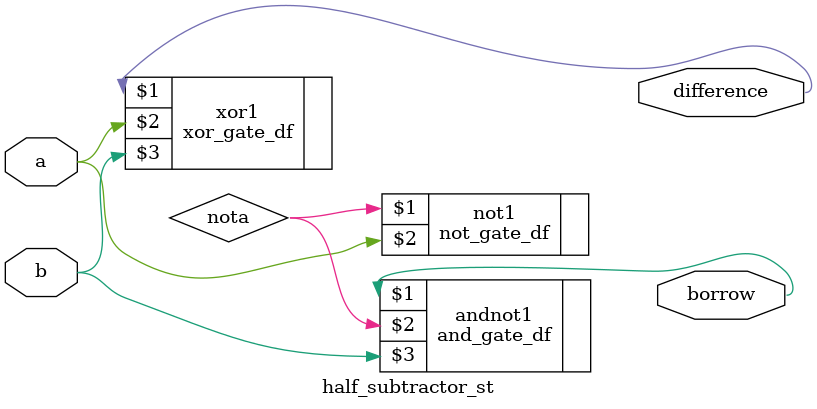
<source format=v>
`include "xor_gate_df.v"
`include "and_gate_df.v"
`include "not_gate_df.v"
module half_subtractor_st(difference, borrow, a, b);
	output difference, borrow;
	input a, b;
	wire nota;
	xor_gate_df xor1(difference, a, b); 
	not_gate_df not1(nota,a);
	and_gate_df andnot1(borrow, nota, b);
endmodule
</source>
